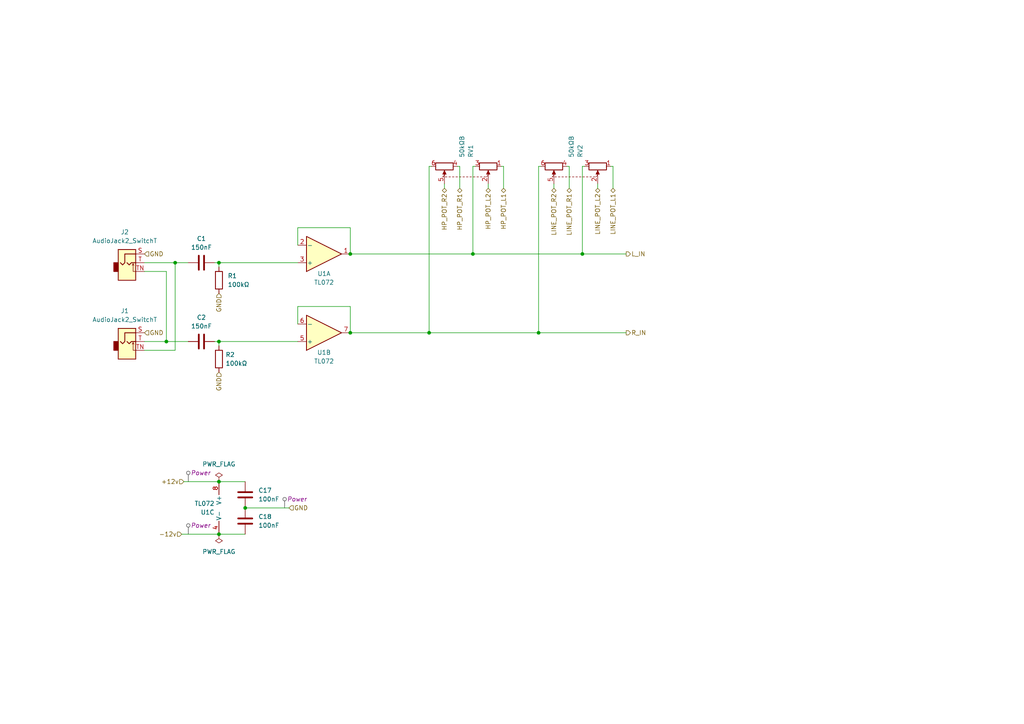
<source format=kicad_sch>
(kicad_sch (version 20250114) (generator "eeschema") (generator_version "9.0")
  (paper "A4")
  (title_block (title "Output") (date "2024-03-18") (rev "v1.1") (company "Free Modular"))
  (lib_symbols
    (symbol "Amplifier_Operational:TL072" (pin_names (offset 0.127))
      (property "Reference" "U" (at 0 5.08 0))
      (property "Value" "TL072" (at 0 -5.08 0))
      (symbol "TL072_1_1"
        (polyline (pts (xy -5.08 5.08) (xy 5.08 0) (xy -5.08 -5.08) (xy -5.08 5.08)) (stroke (width 0.254)) (fill (type background)))
        (pin input line (at -7.62 2.54 0) (length 2.54) (name "+") (number "3"))
        (pin input line (at -7.62 -2.54 0) (length 2.54) (name "-") (number "2"))
        (pin output line (at 7.62 0 180) (length 2.54) (name "~") (number "1"))
      )
      (symbol "TL072_2_1"
        (polyline (pts (xy -5.08 5.08) (xy 5.08 0) (xy -5.08 -5.08) (xy -5.08 5.08)) (stroke (width 0.254)) (fill (type background)))
        (pin input line (at -7.62 2.54 0) (length 2.54) (name "+") (number "5"))
        (pin input line (at -7.62 -2.54 0) (length 2.54) (name "-") (number "6"))
        (pin output line (at 7.62 0 180) (length 2.54) (name "~") (number "7"))
      )
      (symbol "TL072_3_1"
        (pin power_in line (at -2.54 7.62 270) (length 3.81) (name "V+") (number "8"))
        (pin power_in line (at -2.54 -7.62 90) (length 3.81) (name "V-") (number "4"))
      )
    )
    (symbol "Connector_Audio:AudioJack2_SwitchT"
      (property "Reference" "J" (at 0 8.89 0))
      (property "Value" "AudioJack2_SwitchT" (at 0 6.35 0))
      (symbol "AudioJack2_SwitchT_0_1"
        (rectangle (start -2.54 0) (end -3.81 -2.54) (stroke (width 0.254)) (fill (type outline)))
        (polyline (pts (xy 0 0) (xy 0.635 -0.635) (xy 1.27 0) (xy 2.54 0)) (stroke (width 0.254)))
        (polyline (pts (xy 1.778 -0.254) (xy 2.032 -0.762)))
        (rectangle (start 2.54 3.81) (end -2.54 -5.08) (stroke (width 0.254)) (fill (type background)))
        (polyline (pts (xy 2.54 2.54) (xy -0.635 2.54) (xy -0.635 0) (xy -1.27 -0.635) (xy -1.905 0)) (stroke (width 0.254)))
        (polyline (pts (xy 2.54 -2.54) (xy 1.778 -2.54) (xy 1.778 -0.254) (xy 1.524 -0.762)))
      )
      (symbol "AudioJack2_SwitchT_1_1"
        (pin passive line (at 5.08 2.54 180) (length 2.54) (name "~") (number "S"))
        (pin passive line (at 5.08 0 180) (length 2.54) (name "~") (number "T"))
        (pin passive line (at 5.08 -2.54 180) (length 2.54) (name "~") (number "TN"))
      )
    )
    (symbol "Device:C" (pin_numbers (hide yes)) (pin_names (offset 0.254))
      (property "Reference" "C" (at 0.635 2.54 0))
      (property "Value" "C" (at 0.635 -2.54 0))
      (symbol "C_0_1"
        (polyline (pts (xy -2.032 0.762) (xy 2.032 0.762)) (stroke (width 0.508)))
        (polyline (pts (xy -2.032 -0.762) (xy 2.032 -0.762)) (stroke (width 0.508)))
      )
      (symbol "C_1_1"
        (pin passive line (at 0 3.81 270) (length 2.794) (name "~") (number "1"))
        (pin passive line (at 0 -3.81 90) (length 2.794) (name "~") (number "2"))
      )
    )
    (symbol "Device:R" (pin_numbers (hide yes)) (pin_names (offset 0))
      (property "Reference" "R" (at 2.032 0 90))
      (property "Value" "R" (at 0 0 90))
      (symbol "R_0_1"
        (rectangle (start -1.016 -2.54) (end 1.016 2.54) (stroke (width 0.254)))
      )
      (symbol "R_1_1"
        (pin passive line (at 0 3.81 270) (length 1.27) (name "~") (number "1"))
        (pin passive line (at 0 -3.81 90) (length 1.27) (name "~") (number "2"))
      )
    )
    (symbol "Device:R_Potentiometer_Dual" (pin_names (offset 1.016) (hide yes))
      (property "Reference" "RV" (at 0 3.81 0))
      (property "Value" "R_Potentiometer_Dual" (at 0 1.905 0))
      (symbol "R_Potentiometer_Dual_0_1"
        (rectangle (start -8.89 -1.524) (end -3.81 -3.556) (stroke (width 0.254)))
        (polyline (pts (xy -6.35 0) (xy -6.35 -1.016)))
        (polyline (pts (xy -6.35 0) (xy -6.35 -1.016)))
        (polyline (pts (xy -6.35 0) (xy -5.842 0.508)))
        (polyline (pts (xy -6.35 -1.397) (xy -6.858 -0.254) (xy -5.842 -0.254) (xy -6.35 -1.397)) (fill (type outline)))
        (polyline (pts (xy -5.588 0.508) (xy -5.08 0.508)))
        (polyline (pts (xy -4.572 0.508) (xy -4.064 0.508)))
        (polyline (pts (xy -3.556 0.508) (xy -3.048 0.508)))
        (polyline (pts (xy -2.54 0.508) (xy -2.032 0.508)))
        (polyline (pts (xy -1.524 0.508) (xy -1.016 0.508)))
        (polyline (pts (xy -0.508 0.508) (xy 0 0.508)))
        (polyline (pts (xy 0.508 0.508) (xy 1.016 0.508)))
        (polyline (pts (xy 1.524 0.508) (xy 2.032 0.508)))
        (polyline (pts (xy 2.54 0.508) (xy 3.048 0.508)))
        (polyline (pts (xy 3.556 0.508) (xy 4.064 0.508)))
        (rectangle (start 3.81 -1.524) (end 8.89 -3.556) (stroke (width 0.254)))
        (polyline (pts (xy 4.572 0.508) (xy 5.08 0.508)))
        (polyline (pts (xy 5.588 0.508) (xy 6.096 0.508)))
        (polyline (pts (xy 6.35 0) (xy 6.35 -1.016)))
        (polyline (pts (xy 6.35 0) (xy 6.35 -1.016)))
        (polyline (pts (xy 6.35 -1.397) (xy 5.842 -0.254) (xy 6.858 -0.254) (xy 6.35 -1.397)) (fill (type outline)))
        (polyline (pts (xy 6.604 0.508) (xy 6.858 0.508) (xy 6.35 0)))
      )
      (symbol "R_Potentiometer_Dual_1_1"
        (pin passive line (at -10.16 -2.54 0) (length 1.27) (name "1") (number "1"))
        (pin passive line (at -6.35 2.54 270) (length 2.54) (name "2") (number "2"))
        (pin passive line (at -2.54 -2.54 180) (length 1.27) (name "3") (number "3"))
        (pin passive line (at 2.54 -2.54 0) (length 1.27) (name "4") (number "4"))
        (pin passive line (at 6.35 2.54 270) (length 2.54) (name "5") (number "5"))
        (pin passive line (at 10.16 -2.54 180) (length 1.27) (name "6") (number "6"))
      )
    )
    (symbol "power:PWR_FLAG" (power) (pin_numbers (hide yes)) (pin_names (offset 0) (hide yes))
      (property "Value" "PWR_FLAG" (at 0 3.81 0))
      (symbol "PWR_FLAG_0_0"
        (pin power_out line (at 0 0 90) (length 0) (name "~") (number "1"))
      )
      (symbol "PWR_FLAG_0_1"
        (polyline (pts (xy 0 0) (xy 0 1.27) (xy -1.016 1.905) (xy 0 2.54) (xy 1.016 1.905) (xy 0 1.27)))
      )
    )
  )
  (junction (at 101.6 73.66))
  (junction (at 50.8 76.2))
  (junction (at 101.6 96.52))
  (junction (at 63.5 154.94))
  (junction (at 63.5 99.06))
  (junction (at 63.5 76.2))
  (junction (at 63.5 139.7))
  (junction (at 124.46 96.52))
  (junction (at 156.21 96.52))
  (junction (at 48.26 99.06))
  (junction (at 168.91 73.66))
  (junction (at 71.12 147.32))
  (junction (at 137.16 73.66))
  (wire (pts (xy 48.26 78.74) (xy 48.26 99.06)))
  (wire (pts (xy 63.5 76.2) (xy 86.36 76.2)))
  (wire (pts (xy 133.35 54.61) (xy 133.35 48.26)))
  (wire (pts (xy 168.91 48.26) (xy 168.91 73.66)))
  (wire (pts (xy 101.6 88.9) (xy 101.6 96.52)))
  (wire (pts (xy 156.845 48.26) (xy 156.21 48.26)))
  (wire (pts (xy 133.35 48.26) (xy 132.715 48.26)))
  (wire (pts (xy 48.26 99.06) (xy 54.61 99.06)))
  (wire (pts (xy 124.46 48.26) (xy 124.46 96.52)))
  (wire (pts (xy 165.1 54.61) (xy 165.1 48.26)))
  (wire (pts (xy 86.36 88.9) (xy 101.6 88.9)))
  (wire (pts (xy 141.605 53.34) (xy 141.605 54.61)))
  (wire (pts (xy 63.5 99.06) (xy 86.36 99.06)))
  (wire (pts (xy 63.5 99.06) (xy 62.23 99.06)))
  (wire (pts (xy 63.5 76.2) (xy 62.23 76.2)))
  (wire (pts (xy 41.91 99.06) (xy 48.26 99.06)))
  (wire (pts (xy 86.36 66.04) (xy 101.6 66.04)))
  (wire (pts (xy 101.6 96.52) (xy 124.46 96.52)))
  (wire (pts (xy 146.05 48.26) (xy 145.415 48.26)))
  (wire (pts (xy 177.8 54.61) (xy 177.8 48.26)))
  (wire (pts (xy 63.5 77.47) (xy 63.5 76.2)))
  (wire (pts (xy 156.21 96.52) (xy 181.61 96.52)))
  (wire (pts (xy 137.16 48.26) (xy 137.16 73.66)))
  (wire (pts (xy 86.36 66.04) (xy 86.36 71.12)))
  (wire (pts (xy 41.91 78.74) (xy 48.26 78.74)))
  (wire (pts (xy 86.36 88.9) (xy 86.36 93.98)))
  (wire (pts (xy 52.705 154.94) (xy 63.5 154.94)))
  (wire (pts (xy 168.91 73.66) (xy 181.61 73.66)))
  (wire (pts (xy 137.795 48.26) (xy 137.16 48.26)))
  (wire (pts (xy 63.5 154.94) (xy 71.12 154.94)))
  (wire (pts (xy 137.16 73.66) (xy 168.91 73.66)))
  (wire (pts (xy 125.095 48.26) (xy 124.46 48.26)))
  (wire (pts (xy 63.5 100.33) (xy 63.5 99.06)))
  (wire (pts (xy 50.8 101.6) (xy 50.8 76.2)))
  (wire (pts (xy 128.905 53.34) (xy 128.905 54.61)))
  (wire (pts (xy 146.05 54.61) (xy 146.05 48.26)))
  (wire (pts (xy 101.6 66.04) (xy 101.6 73.66)))
  (wire (pts (xy 71.12 147.32) (xy 83.82 147.32)))
  (wire (pts (xy 177.8 48.26) (xy 177.165 48.26)))
  (wire (pts (xy 41.91 101.6) (xy 50.8 101.6)))
  (wire (pts (xy 41.91 76.2) (xy 50.8 76.2)))
  (wire (pts (xy 63.5 139.7) (xy 71.12 139.7)))
  (wire (pts (xy 50.8 76.2) (xy 54.61 76.2)))
  (wire (pts (xy 53.34 139.7) (xy 63.5 139.7)))
  (wire (pts (xy 165.1 48.26) (xy 164.465 48.26)))
  (wire (pts (xy 124.46 96.52) (xy 156.21 96.52)))
  (wire (pts (xy 101.6 73.66) (xy 137.16 73.66)))
  (wire (pts (xy 160.655 53.34) (xy 160.655 54.61)))
  (wire (pts (xy 169.545 48.26) (xy 168.91 48.26)))
  (wire (pts (xy 173.355 53.34) (xy 173.355 54.61)))
  (wire (pts (xy 156.21 48.26) (xy 156.21 96.52)))
  (hierarchical_label "R_IN" (shape output) (at 181.61 96.52 0))
  (hierarchical_label "LINE_POT_R1" (shape bidirectional) (at 165.1 54.61 270))
  (hierarchical_label "GND" (shape input) (at 83.82 147.32 0))
  (hierarchical_label "GND" (shape input) (at 41.91 73.66 0))
  (hierarchical_label "-12v" (shape input) (at 52.705 154.94 180))
  (hierarchical_label "LINE_POT_L2" (shape bidirectional) (at 173.355 54.61 270))
  (hierarchical_label "HP_POT_R1" (shape bidirectional) (at 133.35 54.61 270))
  (hierarchical_label "LINE_POT_R2" (shape bidirectional) (at 160.655 54.61 270))
  (hierarchical_label "HP_POT_R2" (shape bidirectional) (at 128.905 54.61 270))
  (hierarchical_label "HP_POT_L1" (shape bidirectional) (at 146.05 54.61 270))
  (hierarchical_label "+12v" (shape input) (at 53.34 139.7 180))
  (hierarchical_label "GND" (shape input) (at 63.5 85.09 270))
  (hierarchical_label "GND" (shape input) (at 63.5 107.95 270))
  (hierarchical_label "L_IN" (shape output) (at 181.61 73.66 0))
  (hierarchical_label "LINE_POT_L1" (shape bidirectional) (at 177.8 54.61 270))
  (hierarchical_label "GND" (shape input) (at 41.91 96.52 0))
  (hierarchical_label "HP_POT_L2" (shape bidirectional) (at 141.605 54.61 270))
  (netclass_flag "" (length 2.54) (shape round) (at 54.61 154.94 0) (property "Netclass" "Power" (at 55.3085 152.4 0) (effects (font (italic yes)) (justify left))))
  (netclass_flag "" (length 2.54) (shape round) (at 54.61 139.7 0) (property "Netclass" "Power" (at 55.3085 137.16 0) (effects (font (italic yes)) (justify left))))
  (netclass_flag "" (length 2.54) (shape round) (at 82.55 147.32 0) (property "Netclass" "Power" (at 83.2485 144.78 0) (effects (font (italic yes)) (justify left))))
  (symbol (lib_id "Connector_Audio:AudioJack2_SwitchT") (at 36.83 99.06 0) (unit 1)
    (property "Reference" "J1" (at 36.195 90.17 0))
    (property "Value" "AudioJack2_SwitchT" (at 36.195 92.71 0))
    (property "Footprint" "Eurorack:Jack_3.5mm_QingPu_WQP-PJ398SM_Vertical" (effects (hide yes)))
    (property "Datasheet" "https://www.taydaelectronics.com/datasheets/files/w-qp-518ma_drawings.pdf" (effects (hide yes)))
    (property "Description" "Audio Jack, 2 Poles (Mono / TS), Switched T Pole (Normalling)" (effects (hide yes)))
  )
  (symbol (lib_id "Device:C") (at 58.42 76.2 90) (unit 1)
    (property "Reference" "C1" (at 58.42 69.215 90))
    (property "Value" "150nF" (at 58.42 71.755 90))
    (property "Footprint" "Capacitor_THT:C_Disc_D4.7mm_W2.5mm_P5.00mm" (effects (hide yes)))
    (property "Datasheet" "https://www.taydaelectronics.com/10-x-0-15uf-50v-ceramic-disc-capacitor-pkg-of-10.html" (effects (hide yes)))
  )
  (symbol (lib_id "Amplifier_Operational:TL072") (at 66.04 147.32 0) (unit 3)
    (property "Reference" "U1" (at 62.23 148.59 0) (effects (justify right)))
    (property "Value" "TL072" (at 62.23 146.05 0) (effects (justify right)))
    (property "Footprint" "Package_DIP:DIP-8_W7.62mm" (effects (hide yes)))
    (property "Datasheet" "reichelt" (effects (hide yes)))
  )
  (symbol (lib_id "Device:R") (at 63.5 81.28 0) (unit 1)
    (property "Reference" "R1" (at 66.04 80.01 0) (effects (justify left)))
    (property "Value" "100kΩ" (at 66.04 82.55 0) (effects (justify left)))
    (property "Footprint" "Resistor_THT:R_Axial_DIN0207_L6.3mm_D2.5mm_P10.16mm_Horizontal" (effects (hide yes)))
    (property "Datasheet" "reichelt" (effects (hide yes)))
  )
  (symbol (lib_id "Amplifier_Operational:TL072") (at 93.98 96.52 0) (mirror x) (unit 2)
    (property "Reference" "U1" (at 93.98 102.235 0))
    (property "Value" "TL072" (at 93.98 104.775 0))
    (property "Footprint" "Package_DIP:DIP-8_W7.62mm" (effects (hide yes)))
    (property "Datasheet" "reichelt" (effects (hide yes)))
  )
  (symbol (lib_id "Device:C") (at 71.12 151.13 0) (unit 1)
    (property "Reference" "C18" (at 74.93 149.86 0) (effects (justify left)))
    (property "Value" "100nF" (at 74.93 152.4 0) (effects (justify left)))
    (property "Footprint" "Capacitor_THT:C_Disc_D4.7mm_W2.5mm_P5.00mm" (effects (hide yes)))
    (property "Datasheet" "https://www.taydaelectronics.com/a-553-0-1uf-50v-ceramic-disc-capacitor-pkg-of-10.html" (effects (hide yes)))
  )
  (symbol (lib_id "Device:R") (at 63.5 104.14 0) (unit 1)
    (property "Reference" "R2" (at 65.405 102.87 0) (effects (justify left)))
    (property "Value" "100kΩ" (at 65.405 105.41 0) (effects (justify left)))
    (property "Footprint" "Resistor_THT:R_Axial_DIN0207_L6.3mm_D2.5mm_P10.16mm_Horizontal" (effects (hide yes)))
    (property "Datasheet" "reichelt" (effects (hide yes)))
  )
  (symbol (lib_id "Device:R_Potentiometer_Dual") (at 167.005 50.8 180) (unit 1)
    (property "Reference" "RV2" (at 168.275 45.72 90) (effects (justify right)))
    (property "Value" "50kΩB" (at 165.735 45.72 90) (effects (justify right)))
    (property "Footprint" "Eurorack:Potentiometer_Alpha_RD902F-40-00D_Dual_Vertical_CircularHoles_centered" (effects (hide yes)))
    (property "Datasheet" "https://www.taydaelectronics.com/datasheets/files/A-5440.pdf" (effects (hide yes)))
  )
  (symbol (lib_id "Device:R_Potentiometer_Dual") (at 135.255 50.8 180) (unit 1)
    (property "Reference" "RV1" (at 136.525 45.72 90) (effects (justify right)))
    (property "Value" "50kΩB" (at 133.985 45.72 90) (effects (justify right)))
    (property "Footprint" "Eurorack:Potentiometer_Alpha_RD902F-40-00D_Dual_Vertical_CircularHoles_centered" (effects (hide yes)))
    (property "Datasheet" "https://www.taydaelectronics.com/datasheets/files/A-5440.pdf" (effects (hide yes)))
  )
  (symbol (lib_id "Device:C") (at 58.42 99.06 90) (unit 1)
    (property "Reference" "C2" (at 58.42 92.075 90))
    (property "Value" "150nF" (at 58.42 94.615 90))
    (property "Footprint" "Capacitor_THT:C_Disc_D4.7mm_W2.5mm_P5.00mm" (effects (hide yes)))
    (property "Datasheet" "https://www.taydaelectronics.com/10-x-0-15uf-50v-ceramic-disc-capacitor-pkg-of-10.html" (effects (hide yes)))
  )
  (symbol (lib_id "Connector_Audio:AudioJack2_SwitchT") (at 36.83 76.2 0) (unit 1)
    (property "Reference" "J2" (at 36.195 67.31 0))
    (property "Value" "AudioJack2_SwitchT" (at 36.195 69.85 0))
    (property "Footprint" "Eurorack:Jack_3.5mm_QingPu_WQP-PJ398SM_Vertical" (effects (hide yes)))
    (property "Datasheet" "https://www.taydaelectronics.com/datasheets/files/w-qp-518ma_drawings.pdf" (effects (hide yes)))
    (property "Description" "Audio Jack, 2 Poles (Mono / TS), Switched T Pole (Normalling)" (effects (hide yes)))
  )
  (symbol (lib_id "power:PWR_FLAG") (at 63.5 139.7 0) (unit 1)
    (property "Reference" "#FLG04" (effects (hide yes)))
    (property "Value" "PWR_FLAG" (at 63.5 134.62 0))
    (property "Description" "Special symbol for telling ERC where power comes from" (effects (hide yes)))
  )
  (symbol (lib_id "Amplifier_Operational:TL072") (at 93.98 73.66 0) (mirror x) (unit 1)
    (property "Reference" "U1" (at 93.98 79.375 0))
    (property "Value" "TL072" (at 93.98 81.915 0))
    (property "Footprint" "Package_DIP:DIP-8_W7.62mm" (effects (hide yes)))
    (property "Datasheet" "reichelt" (effects (hide yes)))
  )
  (symbol (lib_id "power:PWR_FLAG") (at 63.5 154.94 0) (mirror x) (unit 1)
    (property "Reference" "#FLG03" (effects (hide yes)))
    (property "Value" "PWR_FLAG" (at 63.5 160.02 0))
    (property "Description" "Special symbol for telling ERC where power comes from" (effects (hide yes)))
  )
  (symbol (lib_id "Device:C") (at 71.12 143.51 0) (unit 1)
    (property "Reference" "C17" (at 74.93 142.24 0) (effects (justify left)))
    (property "Value" "100nF" (at 74.93 144.78 0) (effects (justify left)))
    (property "Footprint" "Capacitor_THT:C_Disc_D4.7mm_W2.5mm_P5.00mm" (effects (hide yes)))
    (property "Datasheet" "https://www.taydaelectronics.com/a-553-0-1uf-50v-ceramic-disc-capacitor-pkg-of-10.html" (effects (hide yes)))
  )
)
</source>
